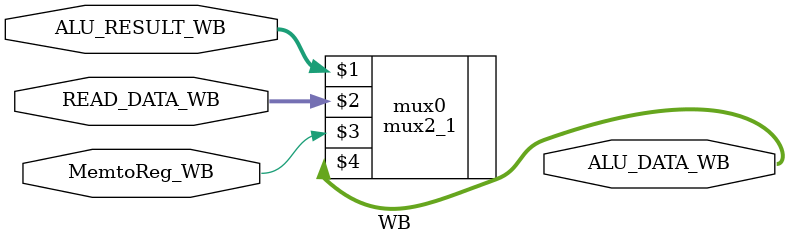
<source format=v>
module WB(
    input MemtoReg_WB, 
    input [31:0] READ_DATA_WB, 
    input [31:0] ALU_RESULT_WB,
    
    output [31:0] ALU_DATA_WB 
);

    mux2_1 mux0(ALU_RESULT_WB, READ_DATA_WB, MemtoReg_WB, ALU_DATA_WB);
    
endmodule

</source>
